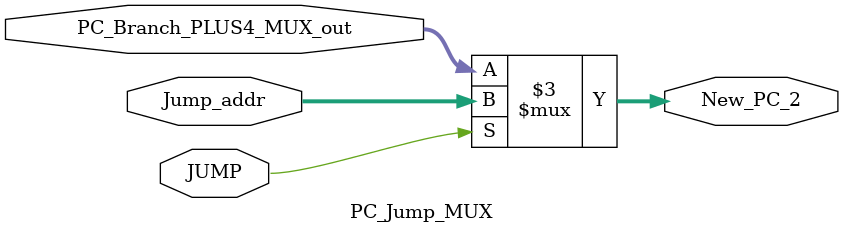
<source format=v>
module PC_Jump_MUX 

# (
	parameter ADDR_WIDTH = 32
)	
(
	input 								JUMP,
	input 			[ADDR_WIDTH-1:0]	PC_Branch_PLUS4_MUX_out,
	input 			[ADDR_WIDTH-1:0]	Jump_addr,	//instr_addr[25:0]

	output 	reg 	[ADDR_WIDTH-1:0]	New_PC_2	//PC'
);

always @(*) begin 
	
	if (JUMP) begin // only at jump instruction

		New_PC_2 = Jump_addr;
	end

	else begin 
		New_PC_2 = PC_Branch_PLUS4_MUX_out;
	end
end

endmodule : PC_Jump_MUX
</source>
